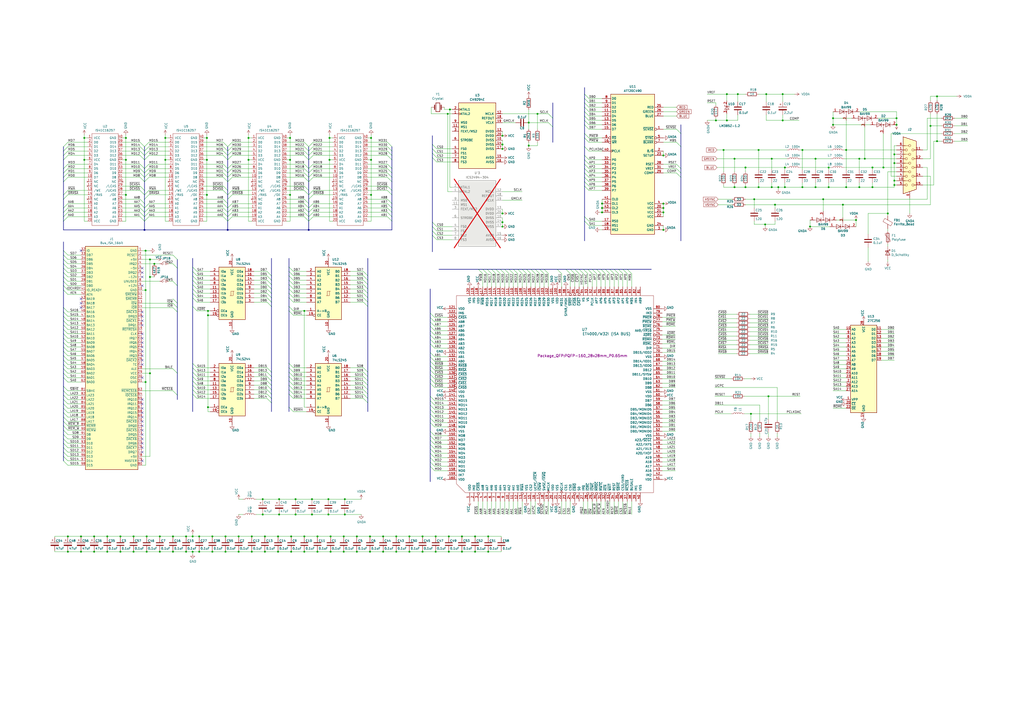
<source format=kicad_sch>
(kicad_sch
	(version 20250114)
	(generator "eeschema")
	(generator_version "9.0")
	(uuid "4a1fd320-e82a-408b-bd41-eddf9c8578fa")
	(paper "A2")
	
	(junction
		(at 84.455 168.275)
		(diameter 0)
		(color 0 0 0 0)
		(uuid "0187054e-dc64-441f-be06-bce37dffeb76")
	)
	(junction
		(at 443.865 130.175)
		(diameter 0)
		(color 0 0 0 0)
		(uuid "0292c081-2414-48b2-b556-7eea6581894c")
	)
	(junction
		(at 39.37 320.04)
		(diameter 0)
		(color 0 0 0 0)
		(uuid "03904858-f5da-4de2-b8d5-0504d972965d")
	)
	(junction
		(at 62.23 311.15)
		(diameter 0)
		(color 0 0 0 0)
		(uuid "03c06393-06c6-4610-b469-3e833c4b2e12")
	)
	(junction
		(at 437.515 115.57)
		(diameter 0)
		(color 0 0 0 0)
		(uuid "04758a1a-ea8e-4f09-97c0-53bc9f557970")
	)
	(junction
		(at 86.995 216.535)
		(diameter 0)
		(color 0 0 0 0)
		(uuid "05b2ff9d-3c55-4117-bd2e-6e0e62ca01ee")
	)
	(junction
		(at 291.465 78.74)
		(diameter 0)
		(color 0 0 0 0)
		(uuid "061bfa4b-7d6f-4e4b-89a4-a51c5968454b")
	)
	(junction
		(at 520.065 72.39)
		(diameter 0)
		(color 0 0 0 0)
		(uuid "06b35178-b2ab-4f38-91a6-bb7d4a70ef16")
	)
	(junction
		(at 384.81 123.19)
		(diameter 0)
		(color 0 0 0 0)
		(uuid "07a25a46-e59f-4872-8b2b-79209d5a760a")
	)
	(junction
		(at 260.35 311.15)
		(diameter 0)
		(color 0 0 0 0)
		(uuid "092ccfd5-c986-4914-bfed-faf8ff94276a")
	)
	(junction
		(at 490.855 108.585)
		(diameter 0)
		(color 0 0 0 0)
		(uuid "0a13acd6-0984-45b8-a8a1-d671f0d15d0b")
	)
	(junction
		(at 222.25 320.04)
		(diameter 0)
		(color 0 0 0 0)
		(uuid "0ac3d9d6-9946-4188-b4ff-893800b11d29")
	)
	(junction
		(at 427.99 54.61)
		(diameter 0)
		(color 0 0 0 0)
		(uuid "0bd3ac72-4bc5-4817-bc9e-1b7d6fdad315")
	)
	(junction
		(at 215.265 92.71)
		(diameter 0)
		(color 0 0 0 0)
		(uuid "0bf193ff-8aa7-4824-aa54-9f2e5d192b59")
	)
	(junction
		(at 245.11 320.04)
		(diameter 0)
		(color 0 0 0 0)
		(uuid "0cc25bb3-b3d8-44d6-9c78-462dca3add65")
	)
	(junction
		(at 229.87 320.04)
		(diameter 0)
		(color 0 0 0 0)
		(uuid "0cc569c9-5a6f-452d-8c51-271c3c7d1e25")
	)
	(junction
		(at 200.025 289.56)
		(diameter 0)
		(color 0 0 0 0)
		(uuid "0dab0c3f-e3c7-45a9-9d54-2a17e40bedd5")
	)
	(junction
		(at 275.59 311.15)
		(diameter 0)
		(color 0 0 0 0)
		(uuid "0dd663ec-4748-42a2-b0b7-2003007312c4")
	)
	(junction
		(at 291.465 131.445)
		(diameter 0)
		(color 0 0 0 0)
		(uuid "122ca5e2-31fa-42a6-9ec6-8071035af674")
	)
	(junction
		(at 498.475 92.075)
		(diameter 0)
		(color 0 0 0 0)
		(uuid "134ca02f-4492-4752-a26d-a621c078556f")
	)
	(junction
		(at 260.985 63.5)
		(diameter 0)
		(color 0 0 0 0)
		(uuid "151a1e01-d414-4e18-92f9-e657e9510c1c")
	)
	(junction
		(at 39.37 311.15)
		(diameter 0)
		(color 0 0 0 0)
		(uuid "16a06652-6950-405e-849e-9102d8a0ec96")
	)
	(junction
		(at 432.435 108.585)
		(diameter 0)
		(color 0 0 0 0)
		(uuid "1a37ffc3-95ea-4992-bb85-a312d91602aa")
	)
	(junction
		(at 291.465 83.82)
		(diameter 0)
		(color 0 0 0 0)
		(uuid "1bc340e8-9f6d-46c0-9215-5077b6585774")
	)
	(junction
		(at 152.4 289.56)
		(diameter 0)
		(color 0 0 0 0)
		(uuid "1c6f6d4d-08bf-4eac-8bb2-92fe6171c0c4")
	)
	(junction
		(at 153.67 311.15)
		(diameter 0)
		(color 0 0 0 0)
		(uuid "1cd8bd86-3d68-4b3a-a3ee-e7285fc2b0fa")
	)
	(junction
		(at 477.52 115.57)
		(diameter 0)
		(color 0 0 0 0)
		(uuid "1cff7eb8-279e-49f8-a518-fd93fd46fa16")
	)
	(junction
		(at 95.885 80.01)
		(diameter 0)
		(color 0 0 0 0)
		(uuid "204ffd06-78ba-4ebb-b147-893c1053d186")
	)
	(junction
		(at 306.705 84.455)
		(diameter 0)
		(color 0 0 0 0)
		(uuid "205e0c80-3ecc-47ce-9f53-81b405261ca2")
	)
	(junction
		(at 518.795 107.315)
		(diameter 0)
		(color 0 0 0 0)
		(uuid "2067da93-b9d6-4c69-b37e-1a25000a638b")
	)
	(junction
		(at 384.81 90.17)
		(diameter 0)
		(color 0 0 0 0)
		(uuid "20896ad7-f166-40d0-8818-1af124fddfde")
	)
	(junction
		(at 237.49 311.15)
		(diameter 0)
		(color 0 0 0 0)
		(uuid "20f28e62-e983-4773-a9d1-0644a8a63b3e")
	)
	(junction
		(at 168.91 320.04)
		(diameter 0)
		(color 0 0 0 0)
		(uuid "21aca169-1bfc-4fd2-a171-bc160b539fc2")
	)
	(junction
		(at 455.295 97.155)
		(diameter 0)
		(color 0 0 0 0)
		(uuid "21de7ab6-05b0-4062-b653-a1fa7b83f5d3")
	)
	(junction
		(at 130.81 311.15)
		(diameter 0)
		(color 0 0 0 0)
		(uuid "2523c13d-50c6-43d7-9460-58250b7024dd")
	)
	(junction
		(at 518.795 104.775)
		(diameter 0)
		(color 0 0 0 0)
		(uuid "25f9b24d-9887-40ac-9f74-77e197b443fb")
	)
	(junction
		(at 426.085 108.585)
		(diameter 0)
		(color 0 0 0 0)
		(uuid "269e4948-4ad4-4a0d-89f8-5e392b62106b")
	)
	(junction
		(at 73.025 113.03)
		(diameter 0)
		(color 0 0 0 0)
		(uuid "26b93d93-f3ee-4792-ba95-7636623544d1")
	)
	(junction
		(at 190.5 298.45)
		(diameter 0)
		(color 0 0 0 0)
		(uuid "2942ca99-5244-4b9a-9589-443323797c81")
	)
	(junction
		(at 107.95 311.15)
		(diameter 0)
		(color 0 0 0 0)
		(uuid "2a59ebab-a047-4737-afe5-f4bfca503329")
	)
	(junction
		(at 498.475 108.585)
		(diameter 0)
		(color 0 0 0 0)
		(uuid "2a6ea6d2-5c19-4e8d-b6ee-91f23978498e")
	)
	(junction
		(at 168.275 92.71)
		(diameter 0)
		(color 0 0 0 0)
		(uuid "2aa9b85a-4c7f-430c-8c12-d96ce99555d9")
	)
	(junction
		(at 506.095 97.155)
		(diameter 0)
		(color 0 0 0 0)
		(uuid "2b16ba0c-9680-4eff-9cc7-534202910910")
	)
	(junction
		(at 73.025 80.01)
		(diameter 0)
		(color 0 0 0 0)
		(uuid "2bb9b394-4df4-46bd-8581-9412acb7167c")
	)
	(junction
		(at 415.29 69.85)
		(diameter 0)
		(color 0 0 0 0)
		(uuid "2e0505db-cf2f-44c3-b137-52b19ef612f5")
	)
	(junction
		(at 480.695 108.585)
		(diameter 0)
		(color 0 0 0 0)
		(uuid "2fb68136-169b-4eea-8b17-035816a377cf")
	)
	(junction
		(at 115.57 320.04)
		(diameter 0)
		(color 0 0 0 0)
		(uuid "2fe30e77-a7b6-4b69-b8d7-2731a0fa1294")
	)
	(junction
		(at 496.57 127.635)
		(diameter 0)
		(color 0 0 0 0)
		(uuid "334e96ad-a6b9-4ded-9b14-4bdf5790cb09")
	)
	(junction
		(at 252.73 311.15)
		(diameter 0)
		(color 0 0 0 0)
		(uuid "378a31df-0509-42bb-b969-62de9c777900")
	)
	(junction
		(at 207.01 311.15)
		(diameter 0)
		(color 0 0 0 0)
		(uuid "38de790f-5abf-4e5c-bd06-e5303de45f82")
	)
	(junction
		(at 419.735 86.995)
		(diameter 0)
		(color 0 0 0 0)
		(uuid "3ad194b9-569b-4428-91ab-452e616b6797")
	)
	(junction
		(at 138.43 311.15)
		(diameter 0)
		(color 0 0 0 0)
		(uuid "3ba7a4ca-150f-411a-bb58-97daf22c9f83")
	)
	(junction
		(at 46.99 320.04)
		(diameter 0)
		(color 0 0 0 0)
		(uuid "3e2ab407-ac32-4f47-bde3-dc1824146e7f")
	)
	(junction
		(at 176.53 320.04)
		(diameter 0)
		(color 0 0 0 0)
		(uuid "3e2cad8e-4dae-4dd8-b596-ef45c27f5c06")
	)
	(junction
		(at 176.53 180.34)
		(diameter 0)
		(color 0 0 0 0)
		(uuid "3ed89159-956b-4b8e-a8cf-5e29221fb5b2")
	)
	(junction
		(at 120.65 182.88)
		(diameter 0)
		(color 0 0 0 0)
		(uuid "424c4d52-ddd9-4c9f-9a74-dfb2c5d8c46b")
	)
	(junction
		(at 84.455 145.415)
		(diameter 0)
		(color 0 0 0 0)
		(uuid "434ab4ce-e8dc-48dc-bd5c-c6d30b0d34d2")
	)
	(junction
		(at 543.56 81.915)
		(diameter 0)
		(color 0 0 0 0)
		(uuid "43cce95d-63da-4f79-9382-2c9699741749")
	)
	(junction
		(at 275.59 320.04)
		(diameter 0)
		(color 0 0 0 0)
		(uuid "441262a7-772b-4aad-8efb-1af2a6ee90d5")
	)
	(junction
		(at 191.77 311.15)
		(diameter 0)
		(color 0 0 0 0)
		(uuid "442a5559-a4ea-45ad-8c9f-f421da8ab4be")
	)
	(junction
		(at 518.795 89.535)
		(diameter 0)
		(color 0 0 0 0)
		(uuid "489c9e4a-3f84-407c-9c34-830f7b2c21ed")
	)
	(junction
		(at 54.61 311.15)
		(diameter 0)
		(color 0 0 0 0)
		(uuid "48d61846-c7a8-4dcd-8c53-6248079554f3")
	)
	(junction
		(at 483.235 72.39)
		(diameter 0)
		(color 0 0 0 0)
		(uuid "499a2941-e6e5-4fc7-9d3b-bbea65e855be")
	)
	(junction
		(at 138.43 320.04)
		(diameter 0)
		(color 0 0 0 0)
		(uuid "4ec685e7-30da-4cd4-a1fb-4056f715b2e0")
	)
	(junction
		(at 85.09 311.15)
		(diameter 0)
		(color 0 0 0 0)
		(uuid "4f33367a-c820-49f3-8db0-675e06e57256")
	)
	(junction
		(at 490.855 86.995)
		(diameter 0)
		(color 0 0 0 0)
		(uuid "4f7ca6bd-e3d0-43b3-a877-a11fefc4c01c")
	)
	(junction
		(at 222.25 311.15)
		(diameter 0)
		(color 0 0 0 0)
		(uuid "55138c0f-2ab6-4abd-aaaa-4e4dc4eae733")
	)
	(junction
		(at 447.675 92.075)
		(diameter 0)
		(color 0 0 0 0)
		(uuid "572c0e93-5df8-4c31-9418-49a78b86b8e9")
	)
	(junction
		(at 77.47 311.15)
		(diameter 0)
		(color 0 0 0 0)
		(uuid "57bc9555-f6e1-4d10-b0f3-f0b99939d8ed")
	)
	(junction
		(at 444.5 54.61)
		(diameter 0)
		(color 0 0 0 0)
		(uuid "57f6d693-7f5b-483a-834b-0ab7216fe0b0")
	)
	(junction
		(at 480.695 97.155)
		(diameter 0)
		(color 0 0 0 0)
		(uuid "58c7e6aa-3ed2-44ea-8e57-508522df6d8d")
	)
	(junction
		(at 426.085 92.075)
		(diameter 0)
		(color 0 0 0 0)
		(uuid "5a08a6ae-30ad-4cb8-a31c-9ccad745f51d")
	)
	(junction
		(at 229.87 311.15)
		(diameter 0)
		(color 0 0 0 0)
		(uuid "5b8edfc3-606f-45c3-9048-66048234d848")
	)
	(junction
		(at 473.075 108.585)
		(diameter 0)
		(color 0 0 0 0)
		(uuid "5cb6ace4-ca61-44b6-8d52-dafbb6d84bfb")
	)
	(junction
		(at 95.885 92.71)
		(diameter 0)
		(color 0 0 0 0)
		(uuid "5ce5f16f-6585-4af4-8012-84dac0947e05")
	)
	(junction
		(at 123.19 320.04)
		(diameter 0)
		(color 0 0 0 0)
		(uuid "5dbe389d-c4a7-4754-b698-1afb651da7b6")
	)
	(junction
		(at 349.25 118.11)
		(diameter 0)
		(color 0 0 0 0)
		(uuid "608cfc53-64eb-4e5e-9018-0e107ab770ef")
	)
	(junction
		(at 245.11 311.15)
		(diameter 0)
		(color 0 0 0 0)
		(uuid "60f97823-fe1b-45f7-88b4-88f12300219c")
	)
	(junction
		(at 451.485 108.585)
		(diameter 0)
		(color 0 0 0 0)
		(uuid "61a218ac-d011-4bec-b5b3-4a8ea63de5c8")
	)
	(junction
		(at 62.23 320.04)
		(diameter 0)
		(color 0 0 0 0)
		(uuid "627905cd-172e-4164-8fe3-9ffd09f7f4ff")
	)
	(junction
		(at 46.99 311.15)
		(diameter 0)
		(color 0 0 0 0)
		(uuid "643cde4e-c343-4564-acbf-40ae233549cc")
	)
	(junction
		(at 440.055 108.585)
		(diameter 0)
		(color 0 0 0 0)
		(uuid "65ba1c94-62c7-434d-9352-0a1931c8cf63")
	)
	(junction
		(at 120.015 113.03)
		(diameter 0)
		(color 0 0 0 0)
		(uuid "6a3290e0-4349-4b29-9649-03b1888e2744")
	)
	(junction
		(at 171.45 289.56)
		(diameter 0)
		(color 0 0 0 0)
		(uuid "6d9a76d7-11d0-4c6a-ae64-477b1f7ff274")
	)
	(junction
		(at 120.65 180.34)
		(diameter 0)
		(color 0 0 0 0)
		(uuid "6e1c88d5-5fcc-494e-9e9b-697a2170c4b6")
	)
	(junction
		(at 161.29 320.04)
		(diameter 0)
		(color 0 0 0 0)
		(uuid "6f968436-f333-4038-82e0-6be9098de594")
	)
	(junction
		(at 120.015 80.01)
		(diameter 0)
		(color 0 0 0 0)
		(uuid "700ac8d7-1d87-411c-ba80-a9d45b00eb3a")
	)
	(junction
		(at 214.63 320.04)
		(diameter 0)
		(color 0 0 0 0)
		(uuid "73148fed-a3db-4c00-8a00-0cd2cd623e6a")
	)
	(junction
		(at 421.64 69.85)
		(diameter 0)
		(color 0 0 0 0)
		(uuid "7325535b-0c15-4027-8664-c40953b48519")
	)
	(junction
		(at 83.82 133.35)
		(diameter 0)
		(color 0 0 0 0)
		(uuid "74b4396d-d154-45ad-8505-29f78132f4b6")
	)
	(junction
		(at 179.07 133.35)
		(diameter 0)
		(color 0 0 0 0)
		(uuid "79d007d1-971f-4676-84ec-6c286d4ac0a0")
	)
	(junction
		(at 518.795 94.615)
		(diameter 0)
		(color 0 0 0 0)
		(uuid "7b5736b6-6ff3-49eb-8089-08fc320a7379")
	)
	(junction
		(at 92.71 311.15)
		(diameter 0)
		(color 0 0 0 0)
		(uuid "7dc15598-bfae-4615-a8f8-3223fe171c7f")
	)
	(junction
		(at 69.85 320.04)
		(diameter 0)
		(color 0 0 0 0)
		(uuid "812ad5fe-576e-49a4-b42d-d2ced6de0d82")
	)
	(junction
		(at 432.435 97.155)
		(diameter 0)
		(color 0 0 0 0)
		(uuid "8142028d-c463-412b-993f-5fef111d6883")
	)
	(junction
		(at 77.47 320.04)
		(diameter 0)
		(color 0 0 0 0)
		(uuid "8168c763-d4ee-4d5b-874e-9fb211aff792")
	)
	(junction
		(at 89.535 153.035)
		(diameter 0)
		(color 0 0 0 0)
		(uuid "819b7691-c668-4284-8a0a-01bab6918d50")
	)
	(junction
		(at 252.73 320.04)
		(diameter 0)
		(color 0 0 0 0)
		(uuid "83b52bc6-9591-4c5a-81c3-09c1afce86fb")
	)
	(junction
		(at 237.49 320.04)
		(diameter 0)
		(color 0 0 0 0)
		(uuid "84b0787a-078f-4890-8fb5-2defef8b2620")
	)
	(junction
		(at 455.295 108.585)
		(diameter 0)
		(color 0 0 0 0)
		(uuid "85f640cf-45a6-43f0-91ef-ff2d3c94b173")
	)
	(junction
		(at 501.65 92.075)
		(diameter 0)
		(color 0 0 0 0)
		(uuid "88289862-cb62-4703-af6d-c041b131ec06")
	)
	(junction
		(at 291.465 128.905)
		(diameter 0)
		(color 0 0 0 0)
		(uuid "89421392-6cd4-47b6-8d0c-cdcdb4da16a6")
	)
	(junction
		(at 100.33 320.04)
		(diameter 0)
		(color 0 0 0 0)
		(uuid "8a90e2f5-209a-47db-9e73-7882c8d4482c")
	)
	(junction
		(at 86.995 150.495)
		(diameter 0)
		(color 0 0 0 0)
		(uuid "8acda848-ab69-4c77-b5fe-3e6217d6907a")
	)
	(junction
		(at 200.025 298.45)
		(diameter 0)
		(color 0 0 0 0)
		(uuid "8bb7edbb-8464-445f-aa5e-8105a6da5881")
	)
	(junction
		(at 161.925 289.56)
		(diameter 0)
		(color 0 0 0 0)
		(uuid "8c5d292b-a349-49ac-9731-13f9aa0dbaa5")
	)
	(junction
		(at 176.53 311.15)
		(diameter 0)
		(color 0 0 0 0)
		(uuid "8df27bd9-eb5d-48b6-99d9-51d4d26c9cf4")
	)
	(junction
		(at 146.05 320.04)
		(diameter 0)
		(color 0 0 0 0)
		(uuid "8fd44535-178c-4adc-9f31-ba7dd4565d09")
	)
	(junction
		(at 384.81 118.11)
		(diameter 0)
		(color 0 0 0 0)
		(uuid "9822514b-98e1-47ff-b4bd-7eb6718b3d3b")
	)
	(junction
		(at 132.08 133.35)
		(diameter 0)
		(color 0 0 0 0)
		(uuid "99c5f5c7-19f3-4f79-9730-95e74138c6bb")
	)
	(junction
		(at 84.455 221.615)
		(diameter 0)
		(color 0 0 0 0)
		(uuid "99d847ab-e304-49f0-b0fa-abf7dd4a7a96")
	)
	(junction
		(at 291.465 86.36)
		(diameter 0)
		(color 0 0 0 0)
		(uuid "9a6ba6c9-fff5-4d65-985f-ede226db2ee5")
	)
	(junction
		(at 291.465 123.825)
		(diameter 0)
		(color 0 0 0 0)
		(uuid "9c24b0bd-634c-4446-b680-06a7f2141485")
	)
	(junction
		(at 92.71 320.04)
		(diameter 0)
		(color 0 0 0 0)
		(uuid "9c732576-3356-4892-9d9f-399a0dae31d7")
	)
	(junction
		(at 267.97 311.15)
		(diameter 0)
		(color 0 0 0 0)
		(uuid "9df62a06-4671-480e-ad23-563dfb7d3f6f")
	)
	(junction
		(at 440.055 86.995)
		(diameter 0)
		(color 0 0 0 0)
		(uuid "9e1a7275-c325-492b-9844-31ca164a9ad5")
	)
	(junction
		(at 465.455 86.995)
		(diameter 0)
		(color 0 0 0 0)
		(uuid "9eeaf640-2177-488a-a539-b6383d3c5a27")
	)
	(junction
		(at 161.925 298.45)
		(diameter 0)
		(color 0 0 0 0)
		(uuid "9fba2056-d41f-41a6-a511-df92353a930a")
	)
	(junction
		(at 488.95 118.745)
		(diameter 0)
		(color 0 0 0 0)
		(uuid "a00bf91e-9556-4036-bd44-c9fc1d037658")
	)
	(junction
		(at 454.025 54.61)
		(diameter 0)
		(color 0 0 0 0)
		(uuid "a00e9878-cc6d-4e4c-b2dd-0c93678bda32")
	)
	(junction
		(at 191.135 80.01)
		(diameter 0)
		(color 0 0 0 0)
		(uuid "a282b8c2-7d2b-4cfa-936c-4be166f87e55")
	)
	(junction
		(at 384.81 120.65)
		(diameter 0)
		(color 0 0 0 0)
		(uuid "a35354e4-adb1-4c6c-974e-1c96fc6f1eb0")
	)
	(junction
		(at 69.85 311.15)
		(diameter 0)
		(color 0 0 0 0)
		(uuid "a4147a91-cd1f-48a4-bd5d-4c593dd81739")
	)
	(junction
		(at 215.265 113.03)
		(diameter 0)
		(color 0 0 0 0)
		(uuid "a4f8091e-3f76-46c1-a709-ba8207b20af3")
	)
	(junction
		(at 473.075 92.075)
		(diameter 0)
		(color 0 0 0 0)
		(uuid "a611d33c-ec85-4af2-982f-97fe0f58124b")
	)
	(junction
		(at 146.05 311.15)
		(diameter 0)
		(color 0 0 0 0)
		(uuid "a671a12b-9a14-43e2-8771-cac558c0d0ff")
	)
	(junction
		(at 421.64 54.61)
		(diameter 0)
		(color 0 0 0 0)
		(uuid "a6af898b-1c45-45b5-b4eb-1a522de60085")
	)
	(junction
		(at 539.75 73.025)
		(diameter 0)
		(color 0 0 0 0)
		(uuid "ad70fba5-3f50-4349-9e64-2880a3fb1279")
	)
	(junction
		(at 259.715 66.04)
		(diameter 0)
		(color 0 0 0 0)
		(uuid "b0207c52-47e7-4b85-9b6a-a0f0df2c6521")
	)
	(junction
		(at 514.985 123.825)
		(diameter 0)
		(color 0 0 0 0)
		(uuid "b03b6674-8dec-4d8d-b5cc-ccb734732277")
	)
	(junction
		(at 120.65 236.22)
		(diameter 0)
		(color 0 0 0 0)
		(uuid "b34360b9-63d9-441e-ae43-251e1bb7b66a")
	)
	(junction
		(at 191.77 320.04)
		(diameter 0)
		(color 0 0 0 0)
		(uuid "b350e552-136e-4983-b30e-afabff571df9")
	)
	(junction
		(at 85.09 320.04)
		(diameter 0)
		(color 0 0 0 0)
		(uuid "b3f71337-4e5a-4356-b7fc-4351b73b24b7")
	)
	(junction
		(at 111.76 320.04)
		(diameter 0)
		(color 0 0 0 0)
		(uuid "b4efa23a-b0b9-4a37-ab6a-878c03c992b3")
	)
	(junction
		(at 191.135 92.71)
		(diameter 0)
		(color 0 0 0 0)
		(uuid "b62f546f-dc63-4770-a029-6c244c108720")
	)
	(junction
		(at 111.76 311.15)
		(diameter 0)
		(color 0 0 0 0)
		(uuid "b650da4d-2bd5-4d78-a120-849296760157")
	)
	(junction
		(at 152.4 298.45)
		(diameter 0)
		(color 0 0 0 0)
		(uuid "b74343f6-7d81-4b6e-b295-71660a67726f")
	)
	(junction
		(at 161.29 311.15)
		(diameter 0)
		(color 0 0 0 0)
		(uuid "b79ed630-ba33-4e55-b750-7dacdf099b0d")
	)
	(junction
		(at 447.675 108.585)
		(diameter 0)
		(color 0 0 0 0)
		(uuid "b7ec1ed7-9643-43d7-9d3c-58effc2cc096")
	)
	(junction
		(at 445.77 229.87)
		(diameter 0)
		(color 0 0 0 0)
		(uuid "b93aa867-a366-4667-9449-2df7e4214028")
	)
	(junction
		(at 349.25 120.65)
		(diameter 0)
		(color 0 0 0 0)
		(uuid "b9fb1ac1-556f-4965-b4eb-0244a0d40906")
	)
	(junction
		(at 123.19 311.15)
		(diameter 0)
		(color 0 0 0 0)
		(uuid "ba2aaa82-a734-4272-96d0-252a48a636e4")
	)
	(junction
		(at 215.265 80.01)
		(diameter 0)
		(color 0 0 0 0)
		(uuid "bb27a714-b11a-469a-90b6-15c6b2f75247")
	)
	(junction
		(at 153.67 320.04)
		(diameter 0)
		(color 0 0 0 0)
		(uuid "bba8aa4d-7373-4e76-8a85-f4806163fa70")
	)
	(junction
		(at 144.145 92.71)
		(diameter 0)
		(color 0 0 0 0)
		(uuid "bd4326ca-ac2e-4975-9865-55cc21d7e93f")
	)
	(junction
		(at 260.35 320.04)
		(diameter 0)
		(color 0 0 0 0)
		(uuid "bda99ed9-c082-466f-942f-e598cc15b5e7")
	)
	(junction
		(at 349.25 123.19)
		(diameter 0)
		(color 0 0 0 0)
		(uuid "bee3e09a-93fd-496a-891f-5f17bba95557")
	)
	(junction
		(at 199.39 311.15)
		(diameter 0)
		(color 0 0 0 0)
		(uuid "bf74f7d8-4fff-460b-b9ff-e7a7cbaaac1b")
	)
	(junction
		(at 207.01 320.04)
		(diameter 0)
		(color 0 0 0 0)
		(uuid "bf94c3d8-f061-42eb-a139-2af286a75468")
	)
	(junction
		(at 168.275 80.01)
		(diameter 0)
		(color 0 0 0 0)
		(uuid "c16f7598-b6bb-4c7f-9876-085ed35e9bf5")
	)
	(junction
		(at 214.63 311.15)
		(diameter 0)
		(color 0 0 0 0)
		(uuid "c318cc81-b875-4156-83d7-10732cb0e566")
	)
	(junction
		(at 506.095 108.585)
		(diameter 0)
		(color 0 0 0 0)
		(uuid "c370b5e2-b35f-4601-9154-b9e46418649d")
	)
	(junction
		(at 120.015 92.71)
		(diameter 0)
		(color 0 0 0 0)
		(uuid "c555b576-928d-4e05-9ea9-72a810ed69b2")
	)
	(junction
		(at 483.235 68.58)
		(diameter 0)
		(color 0 0 0 0)
		(uuid "c83f03e5-2d0f-42ed-bfd0-77f40b4ccfd2")
	)
	(junction
		(at 199.39 320.04)
		(diameter 0)
		(color 0 0 0 0)
		(uuid "c95bf271-7628-42ee-995d-8ad563e82d02")
	)
	(junction
		(at 115.57 311.15)
		(diameter 0)
		(color 0 0 0 0)
		(uuid "c9ba4cd1-3d50-4da2-ad20-1ccb8838df91")
	)
	(junction
		(at 435.61 240.03)
		(diameter 0)
		(color 0 0 0 0)
		(uuid "c9d18f01-e44c-4c39-8ba0-ba5dc83ba50b")
	)
	(junction
		(at 184.15 311.15)
		(diameter 0)
		(color 0 0 0 0)
		(uuid "ca410872-77fd-4300-9d67-a90ccf3c3280")
	)
	(junction
		(at 48.895 80.01)
		(diameter 0)
		(color 0 0 0 0)
		(uuid "ca8b0d94-5cbe-4324-b217-9e0f807b2632")
	)
	(junction
		(at 130.81 320.04)
		(diameter 0)
		(color 0 0 0 0)
		(uuid "cba44cbe-957a-4f3f-a1db-ce7e530ea3ae")
	)
	(junction
		(at 311.785 66.04)
		(diameter 0)
		(color 0 0 0 0)
		(uuid "cbfab279-7bcb-4a24-b0d6-2d3c170dc699")
	)
	(junction
		(at 54.61 320.04)
		(diameter 0)
		(color 0 0 0 0)
		(uuid "cd2d8464-31cb-42c7-b7a1-354aef100a6f")
	)
	(junction
		(at 306.705 71.12)
		(diameter 0)
		(color 0 0 0 0)
		(uuid "ce1436ce-5b78-401f-9ff9-41fd34f2aa76")
	)
	(junction
		(at 100.33 311.15)
		(diameter 0)
		(color 0 0 0 0)
		(uuid "ceab189d-d3a6-4e72-bb07-1b805f59e8cc")
	)
	(junction
		(at 454.025 69.85)
		(diameter 0)
		(color 0 0 0 0)
		(uuid "d08e4ae4-16c7-4966-9da3-8a0b80f4e416")
	)
	(junction
		(at 184.15 320.04)
		(diameter 0)
		(color 0 0 0 0)
		(uuid "d09fa2a2-21f5-49d8-909d-21b3d00a5257")
	)
	(junction
		(at 48.895 92.71)
		(diameter 0)
		(color 0 0 0 0)
		(uuid "d142ff06-b1ee-45f5-9314-f7cc57f1e36f")
	)
	(junction
		(at 86.995 160.655)
		(diameter 0)
		(color 0 0 0 0)
		(uuid "d7c35a3a-beac-48db-b5f3-1dc01c662182")
	)
	(junction
		(at 449.58 118.745)
		(diameter 0)
		(color 0 0 0 0)
		(uuid "d7ef2d8f-d2d4-4cb4-a9d8-1539c95fc6f9")
	)
	(junction
		(at 168.275 113.03)
		(diameter 0)
		(color 0 0 0 0)
		(uuid "d8ef6814-8207-4dea-ae5a-38f826777896")
	)
	(junction
		(at 180.975 289.56)
		(diameter 0)
		(color 0 0 0 0)
		(uuid "d95e2ddb-f207-4fa3-9cf0-0f9be471dacd")
	)
	(junction
		(at 469.9 131.445)
		(diameter 0)
		(color 0 0 0 0)
		(uuid "da2abc86-903b-4fbc-b3f8-0494b5bae07e")
	)
	(junction
		(at 384.81 133.35)
		(diameter 0)
		(color 0 0 0 0)
		(uuid "dd511338-cf0c-4a80-a4ac-c3070192d77d")
	)
	(junction
		(at 267.97 320.04)
		(diameter 0)
		(color 0 0 0 0)
		(uuid "dee4499f-ac50-4f11-bc40-4f2e93fb04db")
	)
	(junction
		(at 73.025 92.71)
		(diameter 0)
		(color 0 0 0 0)
		(uuid "e33eca07-66cd-415d-b96a-fd47bb200ea2")
	)
	(junction
		(at 190.5 289.56)
		(diameter 0)
		(color 0 0 0 0)
		(uuid "e75da569-414c-4fa9-9710-755de2121a2c")
	)
	(junction
		(at 465.455 108.585)
		(diameter 0)
		(color 0 0 0 0)
		(uuid "ebef9409-7857-4791-a4ba-c7821ed82c15")
	)
	(junction
		(at 543.56 55.88)
		(diameter 0)
		(color 0 0 0 0)
		(uuid "ecfa8a22-c53b-4c23-aa78-38f56d27a985")
	)
	(junction
		(at 283.21 311.15)
		(diameter 0)
		(color 0 0 0 0)
		(uuid "ed023e3d-3a55-4ba3-900d-77e78759d7ee")
	)
	(junction
		(at 180.975 298.45)
		(diameter 0)
		(color 0 0 0 0)
		(uuid "f12d833a-2b01-44f1-b571-d3d05b38ec92")
	)
	(junction
		(at 283.21 320.04)
		(diameter 0)
		(color 0 0 0 0)
		(uuid "f2224bee-5eb6-4bdf-baf5-0e58ac594a53")
	)
	(junction
		(at 171.45 298.45)
		(diameter 0)
		(color 0 0 0 0)
		(uuid "f4039877-3b23-43b9-816f-c648d9db5a14")
	)
	(junction
		(at 520.065 68.58)
		(diameter 0)
		(color 0 0 0 0)
		(uuid "f6b9b9b5-e616-4655-96fe-0783e1dd51fc")
	)
	(junction
		(at 144.145 80.01)
		(diameter 0)
		(color 0 0 0 0)
		(uuid "f8d549f9-5bbd-4754-b3db-b9a2851f5f2c")
	)
	(junction
		(at 512.445 97.155)
		(diameter 0)
		(color 0 0 0 0)
		(uuid "fcc90dae-34fd-4168-8fa6-925334588c0a")
	)
	(junction
		(at 107.95 320.04)
		(diameter 0)
		(color 0 0 0 0)
		(uuid "feba62d5-211a-4ddf-ab0d-87d2ce69bae3")
	)
	(junction
		(at 168.91 311.15)
		(diameter 0)
		(color 0 0 0 0)
		(uuid "ff5321eb-c1cb-46e6-8e55-01b938ce6a0d")
	)
	(no_connect
		(at 82.55 244.475)
		(uuid "05590cab-7a96-4bd5-be43-79793552d73a")
	)
	(no_connect
		(at 82.55 203.835)
		(uuid "06097f32-eb18-4ac0-b65f-0c6b6f95ec2c")
	)
	(no_connect
		(at 82.55 254.635)
		(uuid "0a2c2dc7-f0bf-4829-b9bb-a8ad4d7cdac4")
	)
	(no_connect
		(at 46.99 178.435)
		(uuid "11415f50-ab24-4f9f-a133-0e09f06e3b22")
	)
	(no_connect
		(at 46.99 173.355)
		(uuid "171609c5-0497-4915-8051-664d8f65e0f1")
	)
	(no_connect
		(at 82.55 219.075)
		(uuid "1988c41a-1147-4301-9a79-e05d55b9020b")
	)
	(no_connect
		(at 82.55 183.515)
		(uuid "19bfdba8-47f8-412f-8103-3f39b2927923")
	)
	(no_connect
		(at 82.55 252.095)
		(uuid "1fada2f3-c0d5-47ed-bb18-874bee4cba2f")
	)
	(no_connect
		(at 82.55 267.335)
		(uuid "280b1471-8f17-49e3-8f2d-040c3115bd98")
	)
	(no_connect
		(at 82.55 247.015)
		(uuid "2860b613-9560-4484-89fe-77b966d2992d")
	)
	(no_connect
		(at 46.99 175.895)
		(uuid "2aee466a-e30c-4202-987c-676a0af5edf0")
	)
	(no_connect
		(at 82.55 259.715)
		(uuid "404570c5-1dec-40ea-a8b0-0f822d68895e")
	)
	(no_connect
		(at 82.55 158.115)
		(uuid "498198aa-9f13-454f-b5bb-90040689216f")
	)
	(no_connect
		(at 82.55 241.935)
		(uuid "49a3b5ac-2e80-4dc5-a03e-05b0630830fd")
	)
	(no_connect
		(at 82.55 257.175)
		(uuid "5d524f8b-4ba0-4465-b778-e5f249fde12f")
	)
	(no_connect
		(at 82.55 206.375)
		(uuid "69baa5aa-387d-46de-b856-9cd6f2288dbf")
	)
	(no_connect
		(at 82.55 262.255)
		(uuid "71cd4371-dca6-4d56-8cd9-d19781b4cabb")
	)
	(no_connect
		(at 82.55 236.855)
		(uuid "844b78f0-5d33-4062-9bbd-f57a81b0c98b")
	)
	(no_connect
		(at 82.55 208.915)
		(uuid "867ad2f9-79a6-4fa1-8480-a6de626a1b10")
	)
	(no_connect
		(at 82.55 180.975)
		(uuid "8a89e39e-3117-4622-be30-03b2a8ea618d")
	)
	(no_connect
		(at 82.55 188.595)
		(uuid "8cc7ffb7-f224-4619-9387-be51f1e05549")
	)
	(no_connect
		(at 82.55 231.775)
		(uuid "93aa0935-7d92-4200-a7fe-3f2d253b505f")
	)
	(no_connect
		(at 82.55 155.575)
		(uuid "9f543c91-0163-44e5-802c-d365655f8d2b")
	)
	(no_connect
		(at 82.55 198.755)
		(uuid "a3bea11b-c2e1-4632-9bc5-4fea3e6a7df6")
	)
	(no_connect
		(at 82.55 211.455)
		(uuid "bf9f5722-d9e0-4de1-bff4-35a49e26579f")
	)
	(no_connect
		(at 82.55 234.315)
		(uuid "c92f9eaa-2df0-4898-97e9-7d1c7bb07045")
	)
	(no_connect
		(at 82.55 186.055)
		(uuid "caf02c10-a0d9-4b07-83f6-190b867f38b1")
	)
	(no_connect
		(at 82.55 160.655)
		(uuid "d752344b-de22-4362-9773-4948a78c022d")
	)
	(no_connect
		(at 82.55 239.395)
		(uuid "d76c2619-1915-4def-ac7c-850ff896effc")
	)
	(no_connect
		(at 82.55 165.735)
		(uuid "dcb75841-4770-4c98-b279-a38ad708549d")
	)
	(no_connect
		(at 82.55 249.555)
		(uuid "dceeea01-195c-4bf5-9dd5-42b55d63d904")
	)
	(no_connect
		(at 82.55 193.675)
		(uuid "e7ee2980-4645-4ad7-b71e-f35a0928d6a2")
	)
	(no_connect
		(at 46.99 145.415)
		(uuid "ed5e1917-ed01-4532-a57a-61349cbbf01d")
	)
	(no_connect
		(at 82.55 201.295)
		(uuid "f13ae9ed-04ef-4889-8ce9-c81facdb53e8")
	)
	(no_connect
		(at 82.55 196.215)
		(uuid "f3431e22-d6d2-4eff-ae39-f4fbf42fd146")
	)
	(bus_entry
		(at 181.61 125.73)
		(size -2.54 2.54)
		(stroke
			(width 0)
			(type default)
		)
		(uuid "00ea496f-7077-4795-b7d5-019842f7488c")
	)
	(bus_entry
		(at 339.09 90.17)
		(size 2.54 2.54)
		(stroke
			(width 0)
			(type default)
		)
		(uuid "01522bc9-e0fa-4870-9ebc-48297370b171")
	)
	(bus_entry
		(at 176.53 100.33)
		(size 2.54 2.54)
		(stroke
			(width 0)
			(type default)
		)
		(uuid "01d802c3-bfbf-4224-ae79-931493e365a9")
	)
	(bus_entry
		(at 39.37 203.835)
		(size -2.54 -2.54)
		(stroke
			(width 0)
			(type default)
		)
		(uuid "036f098b-23f0-48ce-bbd6-7f0f3b36f560")
	)
	(bus_entry
		(at 39.37 165.735)
		(size -2.54 -2.54)
		(stroke
			(width 0)
			(type default)
		)
		(uuid "0606a2b3-2990-4037-b22d-48e0005e5ad6")
	)
	(bus_entry
		(at 154.94 170.18)
		(size 2.54 2.54)
		(stroke
			(width 0)
			(type default)
		)
		(uuid "0677de6d-9389-4173-b372-dca14086b7f0")
	)
	(bus_entry
		(at 154.94 213.36)
		(size 2.54 2.54)
		(stroke
			(width 0)
			(type default)
		)
		(uuid "0777d560-3ece-4b14-b966-d2d01be5c05c")
	)
	(bus_entry
		(at 86.36 90.17)
		(size -2.54 2.54)
		(stroke
			(width 0)
			(type default)
		)
		(uuid "07947fbc-2b2f-4076-8232-61f1da8684c3")
	)
	(bus_entry
		(at 210.82 162.56)
		(size 2.54 2.54)
		(stroke
			(width 0)
			(type default)
		)
		(uuid "08d2a75c-b6de-49db-a68d-79db8665f493")
	)
	(bus_entry
		(at 249.555 234.95)
		(size 2.54 2.54)
		(stroke
			(width 0)
			(type default)
		)
		(uuid "09f63c70-d69f-4a6f-8a28-b3302a022235")
	)
	(bus_entry
		(at 39.37 153.035)
		(size -2.54 -2.54)
		(stroke
			(width 0)
			(type default)
		)
		(uuid "0a46f447-a92d-43d6-9560-6cdb7778c38d")
	)
	(bus_entry
		(at 39.37 234.315)
		(size -2.54 -2.54)
		(stroke
			(width 0)
			(type default)
		)
		(uuid "0ab51481-bc5a-41f4-97ec-d31d33a4aa5c")
	)
	(bus_entry
		(at 81.28 95.25)
		(size 2.54 2.54)
		(stroke
			(width 0)
			(type default)
		)
		(uuid "0c44c9df-b266-499c-b2aa-f217402cd2b4")
	)
	(bus_entry
		(at 181.61 123.19)
		(size -2.54 2.54)
		(stroke
			(width 0)
			(type default)
		)
		(uuid "0df4b52b-8591-4140-8ed5-fdac00d1ffa5")
	)
	(bus_entry
		(at 181.61 102.87)
		(size -2.54 2.54)
		(stroke
			(width 0)
			(type default)
		)
		(uuid "0e085c5c-8fa0-4319-a017-b8a4221a2213")
	)
	(bus_entry
		(at 39.37 82.55)
		(size -2.54 2.54)
		(stroke
			(width 0)
			(type default)
		)
		(uuid "0e2fd2f5-0ac1-49e1-abd8-2166338d8dab")
	)
	(bus_entry
		(at 39.37 193.675)
		(size -2.54 -2.54)
		(stroke
			(width 0)
			(type default)
		)
		(uuid "0e395f85-864c-4401-aa6d-283008cae126")
	)
	(bus_entry
		(at 111.76 210.82)
		(size 2.54 2.54)
		(stroke
			(width 0)
			(type default)
		)
		(uuid "0ede8efd-37e4-4deb-b4c2-b47334e05f4f")
	)
	(bus_entry
		(at 111.76 223.52)
		(size 2.54 2.54)
		(stroke
			(width 0)
			(type default)
		)
		(uuid "0f03f54f-5eb0-4c83-a07b-9a2dc3ba6ac4")
	)
	(bus_entry
		(at 39.37 244.475)
		(size -2.54 -2.54)
		(stroke
			(width 0)
			(type default)
		)
		(uuid "100f1f40-867c-4d7b-ae85-fefbe6021bf8")
	)
	(bus_entry
		(at 167.64 180.34)
		(size 2.54 2.54)
		(stroke
			(width 0)
			(type default)
		)
		(uuid "11212db2-b07d-4537-a6a6-aa8e12bf735d")
	)
	(bus_entry
		(at 313.055 156.21)
		(size 2.54 2.54)
		(stroke
			(width 0)
			(type default)
		)
		(uuid "11b52ea3-3a99-4a61-85f7-193a8b58b9a5")
	)
	(bus_entry
		(at 39.37 254.635)
		(size -2.54 -2.54)
		(stroke
			(width 0)
			(type default)
		)
		(uuid "120a70fe-6d46-4742-8275-1bbb67119a85")
	)
	(bus_entry
		(at 39.37 85.09)
		(size -2.54 2.54)
		(stroke
			(width 0)
			(type default)
		)
		(uuid "131f198c-5c34-4dd4-9a89-16524eb8535c")
	)
	(bus_entry
		(at 39.37 95.25)
		(size -2.54 2.54)
		(stroke
			(width 0)
			(type default)
		)
		(uuid "132a9786-7c96-4b13-a4a2-b798114c7f80")
	)
	(bus_entry
		(at 295.275 156.21)
		(size 2.54 2.54)
		(stroke
			(width 0)
			(type default)
		)
		(uuid "1344a19b-e261-41ad-981b-5f108cf5189b")
	)
	(bus_entry
		(at 339.09 125.73)
		(size 2.54 2.54)
		(stroke
			(width 0)
			(type default)
		)
		(uuid "13ef5718-13d6-4c1d-a73b-8f54664d4c2d")
	)
	(bus_entry
		(at 181.61 85.09)
		(size -2.54 2.54)
		(stroke
			(width 0)
			(type default)
		)
		(uuid "1403a429-da07-4a65-81d0-e0e787a40f45")
	)
	(bus_entry
		(at 100.33 226.695)
		(size 2.54 2.54)
		(stroke
			(width 0)
			(type default)
		)
		(uuid "144fbeb3-d656-4bea-80d4-ee2c06fef4fc")
	)
	(bus_entry
		(at 315.595 156.21)
		(size 2.54 2.54)
		(stroke
			(width 0)
			(type default)
		)
		(uuid "14b11544-b8c9-4741-a531-706477728d0c")
	)
	(bus_entry
		(at 111.76 160.02)
		(size 2.54 2.54)
		(stroke
			(width 0)
			(type default)
		)
		(uuid "1510f154-6c07-4367-8941-fdc34e70c4af")
	)
	(bus_entry
		(at 339.09 67.31)
		(size 2.54 2.54)
		(stroke
			(width 0)
			(type default)
		)
		(uuid "157c7e21-339b-4ca2-b405-77647086aad5")
	)
	(bus_entry
		(at 339.09 69.85)
		(size 2.54 2.54)
		(stroke
			(width 0)
			(type default)
		)
		(uuid "1586a820-4c1a-43c4-a2c3-c1337e01d508")
	)
	(bus_entry
		(at 129.54 115.57)
		(size 2.54 2.54)
		(stroke
			(width 0)
			(type default)
		)
		(uuid "159b177b-1f13-4a23-a739-1ec755891430")
	)
	(bus_entry
		(at 358.775 156.21)
		(size 2.54 2.54)
		(stroke
			(width 0)
			(type default)
		)
		(uuid "16031a5c-9874-4534-8290-66885a8214c7")
	)
	(bus_entry
		(at 249.555 240.03)
		(size 2.54 2.54)
		(stroke
			(width 0)
			(type default)
		)
		(uuid "171c69b2-4214-4bd5-b6e6-e4e857b6edf5")
	)
	(bus_entry
		(at 39.37 123.19)
		(size -2.54 2.54)
		(stroke
			(width 0)
			(type default)
		)
		(uuid "1725b234-1fd8-4785-9b06-c21c47ee670e")
	)
	(bus_entry
		(at 39.37 208.915)
		(size -2.54 -2.54)
		(stroke
			(width 0)
			(type default)
		)
		(uuid "1785669f-5c59-4d99-a40f-1915299e8121")
	)
	(bus_entry
		(at 224.79 85.09)
		(size 2.54 2.54)
		(stroke
			(width 0)
			(type default)
		)
		(uuid "179f18fd-3595-4c4d-9231-b68e6a71d813")
	)
	(bus_entry
		(at 210.82 218.44)
		(size 2.54 2.54)
		(stroke
			(width 0)
			(type default)
		)
		(uuid "1b536442-7d71-4a05-8b66-b97671bad92a")
	)
	(bus_entry
		(at 39.37 216.535)
		(size -2.54 -2.54)
		(stroke
			(width 0)
			(type default)
		)
		(uuid "1b71be2f-a643-4957-a8b6-78c197e92fb9")
	)
	(bus_entry
		(at 86.36 110.49)
		(size -2.54 2.54)
		(stroke
			(width 0)
			(type default)
		)
		(uuid "1ceb495e-533e-4edb-a055-71ff71760826")
	)
	(bus_entry
		(at 39.37 231.775)
		(size -2.54 -2.54)
		(stroke
			(width 0)
			(type default)
		)
		(uuid "1d577ec3-21de-4890-8806-282e584dfdaf")
	)
	(bus_entry
		(at 181.61 100.33)
		(size -2.54 2.54)
		(stroke
			(width 0)
			(type default)
		)
		(uuid "1e88af32-a715-44c8-a128-aa7616a71686")
	)
	(bus_entry
		(at 111.76 154.94)
		(size 2.54 2.54)
		(stroke
			(width 0)
			(type default)
		)
		(uuid "1f1d10fb-3fbb-42ec-8645-fa486182ea81")
	)
	(bus_entry
		(at 176.53 90.17)
		(size 2.54 2.54)
		(stroke
			(width 0)
			(type default)
		)
		(uuid "1f3e1614-bdd7-46c3-a5ba-abc1e41d7fa1")
	)
	(bus_entry
		(at 339.09 128.27)
		(size 2.54 2.54)
		(stroke
			(width 0)
			(type default)
		)
		(uuid "1fadf37b-9755-4524-ad08-77f48823cf96")
	)
	(bus_entry
		(at 129.54 95.25)
		(size 2.54 2.54)
		(stroke
			(width 0)
			(type default)
		)
		(uuid "2066390c-c532-407b-b895-c7bffea68343")
	)
	(bus_entry
		(at 392.43 97.79)
		(size 2.54 2.54)
		(stroke
			(width 0)
			(type default)
		)
		(uuid "224c101f-f5ae-4814-badd-b898248427c4")
	)
	(bus_entry
		(at 111.76 215.9)
		(size 2.54 2.54)
		(stroke
			(width 0)
			(type default)
		)
		(uuid "2287784e-d610-4870-b3c7-4fe3df909833")
	)
	(bus_entry
		(at 86.36 82.55)
		(size -2.54 2.54)
		(stroke
			(width 0)
			(type default)
		)
		(uuid "22e017f2-6858-48af-b5d8-b978f048e8b0")
	)
	(bus_entry
		(at 339.09 107.95)
		(size 2.54 2.54)
		(stroke
			(width 0)
			(type default)
		)
		(uuid "24eaded1-1056-48b5-b1f3-c02a904f87ef")
	)
	(bus_entry
		(at 285.115 156.21)
		(size 2.54 2.54)
		(stroke
			(width 0)
			(type default)
		)
		(uuid "257d74ae-d9bf-47db-a327-243e4ef52084")
	)
	(bus_entry
		(at 81.28 120.65)
		(size 2.54 2.54)
		(stroke
			(width 0)
			(type default)
		)
		(uuid "26298c9a-4d4b-4dda-8ba1-3bf1206af72e")
	)
	(bus_entry
		(at 39.37 160.655)
		(size -2.54 -2.54)
		(stroke
			(width 0)
			(type default)
		)
		(uuid "26fb775c-8f26-4172-a13b-7aefb3a9537c")
	)
	(bus_entry
		(at 224.79 107.95)
		(size 2.54 2.54)
		(stroke
			(width 0)
			(type default)
		)
		(uuid "28834757-650c-42c2-9ef4-49e6fd76fa0c")
	)
	(bus_entry
		(at 292.735 156.21)
		(size 2.54 2.54)
		(stroke
			(width 0)
			(type default)
		)
		(uuid "2b0288fb-ce99-4ba3-bffe-7def1aba2a67")
	)
	(bus_entry
		(at 39.37 267.335)
		(size -2.54 -2.54)
		(stroke
			(width 0)
			(type default)
		)
		(uuid "2b5b4dae-bde7-4991-b3d5-9eb1fb9514ce")
	)
	(bus_entry
		(at 167.64 154.94)
		(size 2.54 2.54)
		(stroke
			(width 0)
			(type default)
		)
		(uuid "2b94722c-0523-4ee6-982e-c620c3af992d")
	)
	(bus_entry
		(at 307.975 156.21)
		(size 2.54 2.54)
		(stroke
			(width 0)
			(type default)
		)
		(uuid "2c0f148a-1174-4834-9260-dd149f57bfb1")
	)
	(bus_entry
		(at 39.37 269.875)
		(size -2.54 -2.54)
		(stroke
			(width 0)
			(type default)
		)
		(uuid "2e6f86e9-7335-4445-a772-6a19983cc5c9")
	)
	(bus_entry
		(at 36.83 247.015)
		(size 2.54 2.54)
		(stroke
			(width 0)
			(type default)
		)
		(uuid "2e8edc3e-245d-4962-8197-43dfa19b8e2f")
	)
	(bus_entry
		(at 181.61 118.11)
		(size -2.54 2.54)
		(stroke
			(width 0)
			(type default)
		)
		(uuid "2fc9f091-d116-4f96-8fa2-363737e10c3e")
	)
	(bus_entry
		(at 100.33 147.955)
		(size 2.54 2.54)
		(stroke
			(width 0)
			(type default)
		)
		(uuid "301951e5-6295-450f-b70c-7d5a85ba4319")
	)
	(bus_entry
		(at 81.28 125.73)
		(size 2.54 2.54)
		(stroke
			(width 0)
			(type default)
		)
		(uuid "30493748-6f5c-4474-abb5-738260bd34e3")
	)
	(bus_entry
		(at 129.54 100.33)
		(size 2.54 2.54)
		(stroke
			(width 0)
			(type default)
		)
		(uuid "3219c4f5-c7f2-48d1-929e-0f20a739eb7a")
	)

... [577622 chars truncated]
</source>
